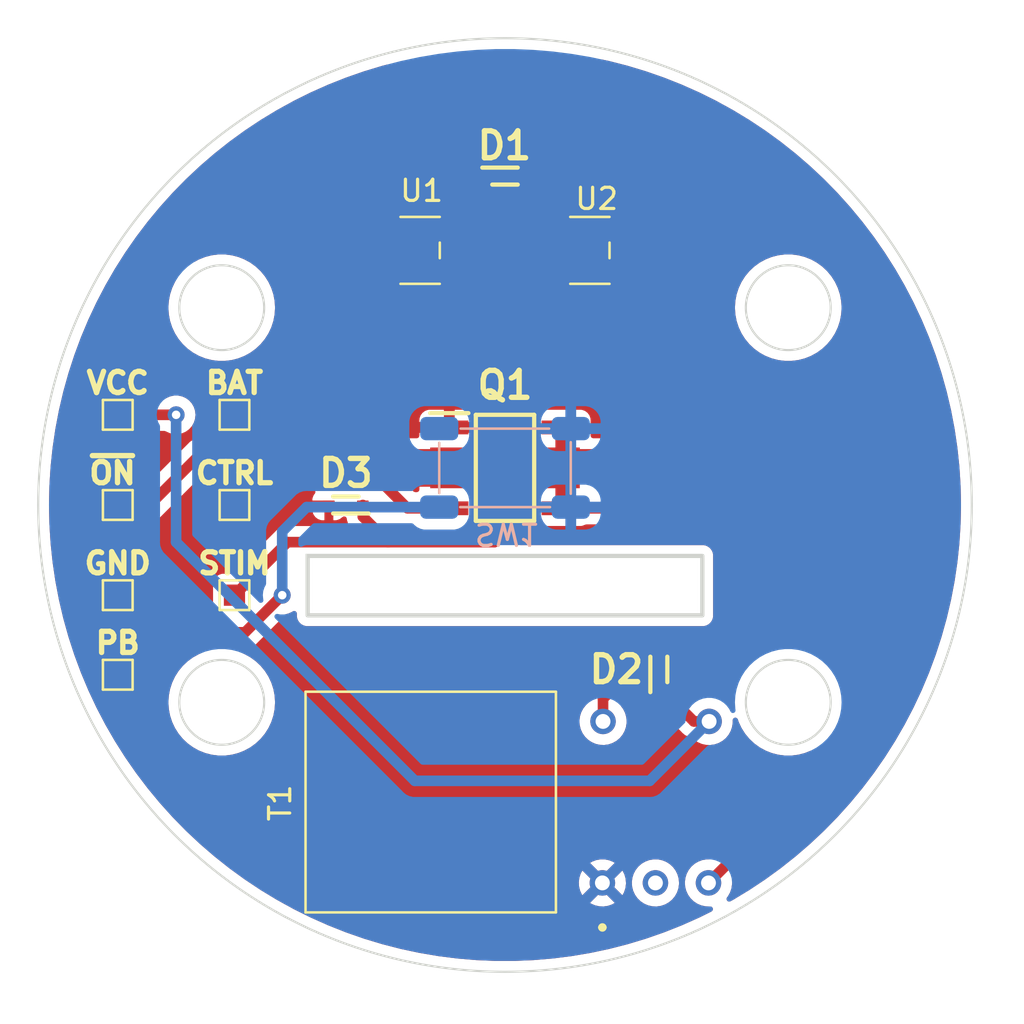
<source format=kicad_pcb>
(kicad_pcb (version 20211014) (generator pcbnew)
  (layers (0 "F.Cu" signal) (31 "B.Cu" signal) (34 "B.Paste" user) (35 "F.Paste" user) (36 "B.SilkS" user "B.Silkscreen") (37 "F.SilkS" user "F.Silkscreen") (38 "B.Mask" user) (39 "F.Mask" user) (44 "Edge.Cuts" user))
  (net 0 "")
  (net 1 "GND")
  (net 2 "BatteryP")
  (net 4 "VCC-3V3-5V")
  (net 5 "Net-(D1-Pad2)")
  (net 6 "Net-(D2-Pad2)")
  (net 7 "~{STIM_ON}")
  (net 8 "PULSE_PWM")
  (net 11 "STIM_OUT")
  (net 12 "PB")
  (footprint "TestPoint:TestPoint_Pad_1.0x1.0mm" (layer "F.Cu") (at 87.25 95.75)
    (fp_text reference "TP4")
    (fp_text value "TestPoint")
    (fp_line (start -0.7 0.7) (end -0.7 -0.7) (layer "F.SilkS") (width 0.12))
    (fp_line (start 0.7 -0.7) (end 0.7 0.7) (layer "F.SilkS") (width 0.12))
    (fp_line (start -0.7 -0.7) (end 0.7 -0.7) (layer "F.SilkS") (width 0.12))
    (fp_line (start 0.7 0.7) (end -0.7 0.7) (layer "F.SilkS") (width 0.12))
    (pad "1" smd rect (at 0 0) (size 1 1) (layers "F.Cu" "F.Mask") (net 2 "BatteryP"))
  )
  (footprint "TestPoint:TestPoint_Pad_1.0x1.0mm" (layer "F.Cu") (at 81.75 108)
    (fp_text reference "TP2")
    (fp_text value "TestPoint")
    (fp_line (start 0.7 0.7) (end -0.7 0.7) (layer "F.SilkS") (width 0.12))
    (fp_line (start -0.7 0.7) (end -0.7 -0.7) (layer "F.SilkS") (width 0.12))
    (fp_line (start -0.7 -0.7) (end 0.7 -0.7) (layer "F.SilkS") (width 0.12))
    (fp_line (start 0.7 -0.7) (end 0.7 0.7) (layer "F.SilkS") (width 0.12))
    (pad "1" smd rect (at 0 0) (size 1 1) (layers "F.Cu" "F.Mask") (net 12 "PB"))
  )
  (footprint "TestPoint:TestPoint_Pad_1.0x1.0mm" (layer "F.Cu") (at 87.25 104.25)
    (fp_text reference "TP1")
    (fp_text value "TestPoint")
    (fp_line (start -0.7 -0.7) (end 0.7 -0.7) (layer "F.SilkS") (width 0.12))
    (fp_line (start -0.7 0.7) (end -0.7 -0.7) (layer "F.SilkS") (width 0.12))
    (fp_line (start 0.7 -0.7) (end 0.7 0.7) (layer "F.SilkS") (width 0.12))
    (fp_line (start 0.7 0.7) (end -0.7 0.7) (layer "F.SilkS") (width 0.12))
    (pad "1" smd rect (at 0 0) (size 1 1) (layers "F.Cu" "F.Mask") (net 11 "STIM_OUT"))
  )
  (footprint "Armstrong_circuit:MET-23-SIDE" (layer "F.Cu") (at 96.5 114 90)
    (fp_text reference "T1" (at -0.04 -7.1 90 unlocked) (layer "F.SilkS"))
    (fp_text value "MET-23")
    (fp_line (start -5.2 -5.9) (end -5.2 5.9) (layer "F.SilkS") (width 0.12))
    (fp_line (start -5.91 7.99) (end -5.91 7.99) (layer "F.SilkS") (width 0.2))
    (fp_line (start -5.2 5.9) (end 5.2 5.9) (layer "F.SilkS") (width 0.12))
    (fp_line (start -5.91 8.19) (end -5.91 8.19) (layer "F.SilkS") (width 0.2))
    (fp_line (start 5.2 -5.9) (end 5.2 5.9) (layer "F.SilkS") (width 0.12))
    (fp_line (start -5.2 -5.9) (end 5.2 -5.9) (layer "F.SilkS") (width 0.12))
    (fp_arc (start -5.91 7.99) (mid -5.81 8.09) (end -5.91 8.19) (layer "F.SilkS") (width 0.2))
    (fp_arc (start -5.91 8.19) (mid -6.01 8.09) (end -5.91 7.99) (layer "F.SilkS") (width 0.2))
    (pad "1" thru_hole circle (at -3.81 8.09 90) (size 1.2 1.2) (drill 0.7) (layers *.Cu *.Mask) (net 1 "GND"))
    (pad "2" thru_hole circle (at -3.81 10.59 90) (size 1.2 1.2) (drill 0.7) (layers *.Cu *.Mask))
    (pad "3" thru_hole circle (at -3.81 13.09 90) (size 1.2 1.2) (drill 0.7) (layers *.Cu *.Mask) (net 11 "STIM_OUT"))
    (pad "4" thru_hole circle (at 3.8 13.12 90) (size 1.2 1.2) (drill 0.7) (layers *.Cu *.Mask) (net 4 "VCC-3V3-5V"))
    (pad "5" thru_hole circle (at 3.8 8.12 90) (size 1.2 1.2) (drill 0.7) (layers *.Cu *.Mask) (net 6 "Net-(D2-Pad2)"))
  )
  (footprint "Armstrong_circuit:BAS16TS_R1_00001" (layer "F.Cu") (at 107.25 107.75 90)
    (fp_text reference "D2" (at 0 -2 180) (layer "F.SilkS") (effects (font (size 1.27 1.27) (thickness 0.254))))
    (fp_text value "BAS16TS_R1_00001" hide)
    (fp_line (start -1.07 -0.4) (end 0.6 -0.4) (layer "F.SilkS") (width 0.2))
    (fp_line (start -0.6 0.4) (end 0.6 0.4) (layer "F.SilkS") (width 0.2))
    (pad "1" smd rect (at -0.8 0 180) (size 0.42 0.54) (layers "F.Cu" "F.Paste" "F.Mask") (net 4 "VCC-3V3-5V"))
    (pad "2" smd rect (at 0.8 0 180) (size 0.42 0.54) (layers "F.Cu" "F.Paste" "F.Mask") (net 6 "Net-(D2-Pad2)"))
  )
  (footprint "TestPoint:TestPoint_Pad_1.0x1.0mm" (layer "F.Cu") (at 87.25 100)
    (fp_text reference "TP6")
    (fp_text value "TestPoint")
    (fp_line (start -0.7 0.7) (end -0.7 -0.7) (layer "F.SilkS") (width 0.12))
    (fp_line (start 0.7 -0.7) (end 0.7 0.7) (layer "F.SilkS") (width 0.12))
    (fp_line (start 0.7 0.7) (end -0.7 0.7) (layer "F.SilkS") (width 0.12))
    (fp_line (start -0.7 -0.7) (end 0.7 -0.7) (layer "F.SilkS") (width 0.12))
    (pad "1" smd rect (at 0 0) (size 1 1) (layers "F.Cu" "F.Mask") (net 8 "PULSE_PWM"))
  )
  (footprint "Armstrong_circuit:ADP162AUJZ-4.2-R7" (layer "F.Cu") (at 96 88)
    (fp_text reference "U1" (at 0.07 -2.81) (layer "F.SilkS"))
    (fp_text value "TPS79942DDCR")
    (fp_line (start 0.927 -1.577) (end -0.927 -1.577) (layer "F.SilkS") (width 0.12))
    (fp_line (start 0.927 0.367261) (end 0.927 -0.367261) (layer "F.SilkS") (width 0.12))
    (fp_line (start -0.927 1.577) (end 0.927 1.577) (layer "F.SilkS") (width 0.12))
    (pad "1" smd rect (at -1.1 -0.950001) (size 1.3112 0.5) (layers "F.Cu" "F.Paste" "F.Mask") (net 4 "VCC-3V3-5V"))
    (pad "2" smd rect (at -1.1 0) (size 1.3112 0.5) (layers "F.Cu" "F.Paste" "F.Mask") (net 1 "GND"))
    (pad "3" smd rect (at -1.1 0.950001) (size 1.3112 0.5) (layers "F.Cu" "F.Paste" "F.Mask") (net 4 "VCC-3V3-5V"))
    (pad "4" smd rect (at 1.1 0.950001) (size 1.3112 0.5) (layers "F.Cu" "F.Paste" "F.Mask"))
    (pad "5" smd rect (at 1.1 -0.950001) (size 1.3112 0.5) (layers "F.Cu" "F.Paste" "F.Mask") (net 2 "BatteryP"))
  )
  (footprint "Armstrong_circuit:BAS16TS_R1_00001" (layer "F.Cu") (at 100 84.5)
    (fp_text reference "D1" (at -0.03 -1.44) (layer "F.SilkS") (effects (font (size 1.27 1.27) (thickness 0.254))))
    (fp_text value "BAS16TS_R1_00001" hide)
    (fp_line (start -1.07 -0.4) (end 0.6 -0.4) (layer "F.SilkS") (width 0.2))
    (fp_line (start -0.6 0.4) (end 0.6 0.4) (layer "F.SilkS") (width 0.2))
    (pad "1" smd rect (at -0.8 0 90) (size 0.42 0.54) (layers "F.Cu" "F.Paste" "F.Mask") (net 4 "VCC-3V3-5V"))
    (pad "2" smd rect (at 0.8 0 90) (size 0.42 0.54) (layers "F.Cu" "F.Paste" "F.Mask") (net 5 "Net-(D1-Pad2)"))
  )
  (footprint "Armstrong_circuit:SP8K52FRATB" (layer "F.Cu") (at 100 98.25)
    (fp_text reference "Q1" (at 0 -3.9) (layer "F.SilkS") (effects (font (size 1.27 1.27) (thickness 0.254))))
    (fp_text value "SP8K52FRATB" hide)
    (fp_line (start -1.375 2.5) (end -1.375 -2.5) (layer "F.SilkS") (width 0.2))
    (fp_line (start -3.525 -2.58) (end -1.725 -2.58) (layer "F.SilkS") (width 0.2))
    (fp_line (start -1.375 -2.5) (end 1.375 -2.5) (layer "F.SilkS") (width 0.2))
    (fp_line (start 1.375 -2.5) (end 1.375 2.5) (layer "F.SilkS") (width 0.2))
    (fp_line (start 1.375 2.5) (end -1.375 2.5) (layer "F.SilkS") (width 0.2))
    (pad "1" smd rect (at -2.625 -1.905 90) (size 0.65 1.8) (layers "F.Cu" "F.Paste" "F.Mask") (net 1 "GND"))
    (pad "2" smd rect (at -2.625 -0.635 90) (size 0.65 1.8) (layers "F.Cu" "F.Paste" "F.Mask") (net 7 "~{STIM_ON}"))
    (pad "3" smd rect (at -2.625 0.635 90) (size 0.65 1.8) (layers "F.Cu" "F.Paste" "F.Mask") (net 1 "GND"))
    (pad "4" smd rect (at -2.625 1.905 90) (size 0.65 1.8) (layers "F.Cu" "F.Paste" "F.Mask") (net 8 "PULSE_PWM"))
    (pad "5" smd rect (at 2.625 1.905 90) (size 0.65 1.8) (layers "F.Cu" "F.Paste" "F.Mask") (net 6 "Net-(D2-Pad2)"))
    (pad "6" smd rect (at 2.625 0.635 90) (size 0.65 1.8) (layers "F.Cu" "F.Paste" "F.Mask") (net 6 "Net-(D2-Pad2)"))
    (pad "7" smd rect (at 2.625 -0.635 90) (size 0.65 1.8) (layers "F.Cu" "F.Paste" "F.Mask") (net 11 "STIM_OUT"))
    (pad "8" smd rect (at 2.625 -1.905 90) (size 0.65 1.8) (layers "F.Cu" "F.Paste" "F.Mask") (net 11 "STIM_OUT"))
  )
  (footprint "TestPoint:TestPoint_Pad_1.0x1.0mm" (layer "F.Cu") (at 81.75 95.75)
    (fp_text reference "TP7")
    (fp_text value "TestPoint")
    (fp_line (start 0.7 -0.7) (end 0.7 0.7) (layer "F.SilkS") (width 0.12))
    (fp_line (start -0.7 0.7) (end -0.7 -0.7) (layer "F.SilkS") (width 0.12))
    (fp_line (start -0.7 -0.7) (end 0.7 -0.7) (layer "F.SilkS") (width 0.12))
    (fp_line (start 0.7 0.7) (end -0.7 0.7) (layer "F.SilkS") (width 0.12))
    (pad "1" smd rect (at 0 0) (size 1 1) (layers "F.Cu" "F.Mask") (net 4 "VCC-3V3-5V"))
  )
  (footprint "Armstrong_circuit:ADP122AUJZ-3.3-R7" (layer "F.Cu") (at 104 88)
    (fp_text reference "U2" (at 0.32 -2.43) (layer "F.SilkS"))
    (fp_text value "ADP122AUJZ-3-3-R7")
    (fp_line (start 0.927 -1.577) (end -0.927 -1.577) (layer "F.SilkS") (width 0.12))
    (fp_line (start -0.927 1.577) (end 0.927 1.577) (layer "F.SilkS") (width 0.12))
    (fp_line (start 0.927 0.367261) (end 0.927 -0.367261) (layer "F.SilkS") (width 0.12))
    (pad "1" smd rect (at -1.2778 -0.950001) (size 0.9556 0.5) (layers "F.Cu" "F.Paste" "F.Mask") (net 2 "BatteryP"))
    (pad "2" smd rect (at -1.2778 0) (size 0.9556 0.5) (layers "F.Cu" "F.Paste" "F.Mask") (net 1 "GND"))
    (pad "3" smd rect (at -1.2778 0.950001) (size 0.9556 0.5) (layers "F.Cu" "F.Paste" "F.Mask") (net 2 "BatteryP"))
    (pad "4" smd rect (at 1.2778 0.950001) (size 0.9556 0.5) (layers "F.Cu" "F.Paste" "F.Mask"))
    (pad "5" smd rect (at 1.2778 -0.950001) (size 0.9556 0.5) (layers "F.Cu" "F.Paste" "F.Mask") (net 5 "Net-(D1-Pad2)"))
  )
  (footprint "Armstrong_circuit:BAS16TS_R1_00001" (layer "F.Cu") (at 92.5 100 180)
    (fp_text reference "D3" (at 0 1.5 180) (layer "F.SilkS") (effects (font (size 1.27 1.27) (thickness 0.254))))
    (fp_text value "BAS16TS_R1_00001" hide)
    (fp_line (start -0.6 0.4) (end 0.6 0.4) (layer "F.SilkS") (width 0.2))
    (fp_line (start -1.07 -0.4) (end 0.6 -0.4) (layer "F.SilkS") (width 0.2))
    (pad "1" smd rect (at -0.8 0 270) (size 0.42 0.54) (layers "F.Cu" "F.Paste" "F.Mask") (net 11 "STIM_OUT"))
    (pad "2" smd rect (at 0.8 0 270) (size 0.42 0.54) (layers "F.Cu" "F.Paste" "F.Mask") (net 1 "GND"))
  )
  (footprint "TestPoint:TestPoint_Pad_1.0x1.0mm" (layer "F.Cu") (at 81.75 104.25)
    (fp_text reference "TP3")
    (fp_text value "TestPoint")
    (fp_line (start 0.7 0.7) (end -0.7 0.7) (layer "F.SilkS") (width 0.12))
    (fp_line (start -0.7 0.7) (end -0.7 -0.7) (layer "F.SilkS") (width 0.12))
    (fp_line (start 0.7 -0.7) (end 0.7 0.7) (layer "F.SilkS") (width 0.12))
    (fp_line (start -0.7 -0.7) (end 0.7 -0.7) (layer "F.SilkS") (width 0.12))
    (pad "1" smd rect (at 0 0) (size 1 1) (layers "F.Cu" "F.Mask") (net 1 "GND"))
  )
  (footprint "TestPoint:TestPoint_Pad_1.0x1.0mm" (layer "F.Cu") (at 81.75 100)
    (fp_text reference "TP5")
    (fp_text value "TestPoint")
    (fp_line (start -0.7 0.7) (end -0.7 -0.7) (layer "F.SilkS") (width 0.12))
    (fp_line (start -0.7 -0.7) (end 0.7 -0.7) (layer "F.SilkS") (width 0.12))
    (fp_line (start 0.7 0.7) (end -0.7 0.7) (layer "F.SilkS") (width 0.12))
    (fp_line (start 0.7 -0.7) (end 0.7 0.7) (layer "F.SilkS") (width 0.12))
    (pad "1" smd rect (at 0 0) (size 1 1) (layers "F.Cu" "F.Mask") (net 7 "~{STIM_ON}"))
  )
  (footprint "Armstrong_circuit:CS1204AF260-SMD" (layer "B.Cu") (at 100 98.25)
    (fp_text reference "SW1" (at 0.11 3.11 -180 unlocked) (layer "B.SilkS") (effects (justify mirror)))
    (fp_text value "SW_Push_Dual")
    (fp_line (start -3.1 1.19) (end -3.1 -1.18) (layer "B.SilkS") (width 0.12))
    (fp_line (start 3.1 -1.21) (end 3.1 1.22) (layer "B.SilkS") (width 0.12))
    (fp_line (start -2.09 -1.85) (end 2.08 -1.85) (layer "B.SilkS") (width 0.12))
    (fp_line (start 2.12 1.85) (end -2.11 1.85) (layer "B.SilkS") (width 0.12))
    (pad "1" smd roundrect (at -3.1 1.85) (size 1.8 1.1) (layers "B.Cu" "B.Paste" "B.Mask") (net 12 "PB"))
    (pad "2" smd roundrect (at 3.1 1.85) (size 1.8 1.1) (layers "B.Cu" "B.Paste" "B.Mask") (net 1 "GND"))
    (pad "3" smd roundrect (at -3.1 -1.85) (size 1.8 1.1) (layers "B.Cu" "B.Paste" "B.Mask"))
    (pad "4" smd roundrect (at 3.1 -1.85) (size 1.8 1.1) (layers "B.Cu" "B.Paste" "B.Mask") (net 1 "GND"))
  )
  (gr_rect (start 90.7 105.2) (end 109.3 102.4) (layer "Edge.Cuts") (width 0.2) (fill none))
  (gr_circle locked (center 100 100) (end 122 100) (layer "Edge.Cuts") (width 0.1) (fill none))
  (gr_circle locked (center 86.65 109.3) (end 88.65 109.3) (layer "Edge.Cuts") (width 0.1) (fill none))
  (gr_circle locked (center 113.35 109.3) (end 115.35 109.3) (layer "Edge.Cuts") (width 0.1) (fill none))
  (gr_circle locked (center 86.65 90.7) (end 88.65 90.7) (layer "Edge.Cuts") (width 0.1) (fill none))
  (gr_circle locked (center 113.35 90.7) (end 115.35 90.7) (layer "Edge.Cuts") (width 0.1) (fill none))
  (gr_text "Armstrong V1.0" (at 99.5 80) (layer "F.Cu") (effects (font (size 0.75 0.75))))
  (gr_text "GND" (at 81.75 102.75) (layer "F.SilkS") (effects (font (size 1 1) (thickness 0.25))))
  (gr_text "STIM" (at 87.25 102.75) (layer "F.SilkS") (effects (font (size 1 1) (thickness 0.25))))
  (gr_text "~{ON}" (at 81.5 98.5) (layer "F.SilkS") (effects (font (size 1 1) (thickness 0.25))))
  (gr_text "CTRL\n" (at 87.25 98.5) (layer "F.SilkS") (effects (font (size 1 1) (thickness 0.25))))
  (gr_text "BAT\n" (at 87.25 94.25) (layer "F.SilkS") (effects (font (size 1 1) (thickness 0.25))))
  (gr_text "VCC" (at 81.75 94.25) (layer "F.SilkS") (effects (font (size 1 1) (thickness 0.25))))
  (gr_text "PB" (at 81.75 106.5) (layer "F.SilkS") (effects (font (size 1 1) (thickness 0.25))))
  (segment (start 99.75 89) (end 93 95.75) (width 0.5) (layer "F.Cu") (net 2))
  (segment (start 99.8 88.95) (end 102.75 88.95) (width 0.5) (layer "F.Cu") (net 2))
  (segment (start 99.05 87.05) (end 99.8 87.05) (width 0.5) (layer "F.Cu") (net 2))
  (segment (start 99.75 87.1) (end 99.75 87.75) (width 0.5) (layer "F.Cu") (net 2))
  (segment (start 99.8 87.05) (end 99.75 87.1) (width 0.5) (layer "F.Cu") (net 2))
  (segment (start 99.75 87.75) (end 99.05 87.05) (width 0.5) (layer "F.Cu") (net 2))
  (segment (start 99.75 87.75) (end 100.45 87.05) (width 0.5) (layer "F.Cu") (net 2))
  (segment (start 99.75 89) (end 99.8 88.95) (width 0.5) (layer "F.Cu") (net 2))
  (segment (start 99.8 87.05) (end 100.45 87.05) (width 0.5) (layer "F.Cu") (net 2))
  (segment (start 100.45 87.05) (end 102.75 87.05) (width 0.5) (layer "F.Cu") (net 2))
  (segment (start 97.25 87.05) (end 99.05 87.05) (width 0.5) (layer "F.Cu") (net 2))
  (segment (start 87.25 95.75) (end 93 95.75) (width 0.5) (layer "F.Cu") (net 2))
  (segment (start 99.75 87.75) (end 99.75 89) (width 0.5) (layer "F.Cu") (net 2))
  (segment (start 85.5 87) (end 85.55 87.05) (width 0.5) (layer "F.Cu") (net 4))
  (segment (start 89.8 87.05) (end 94.75 87.05) (width 0.5) (layer "F.Cu") (net 4))
  (segment (start 89.8 87.05) (end 91.7 88.95) (width 0.5) (layer "F.Cu") (net 4))
  (segment (start 109.62 110.2) (end 108.9 110.2) (width 0.5) (layer "F.Cu") (net 4))
  (segment (start 81.75 90.75) (end 85.5 87) (width 0.5) (layer "F.Cu") (net 4))
  (segment (start 91.7 88.95) (end 94.75 88.95) (width 0.5) (layer "F.Cu") (net 4))
  (segment (start 81.75 95.75) (end 81.75 90.75) (width 0.5) (layer "F.Cu") (net 4))
  (segment (start 81.75 95.75) (end 84.5 95.75) (width 0.5) (layer "F.Cu") (net 4))
  (segment (start 85.55 87.05) (end 89.8 87.05) (width 0.5) (layer "F.Cu") (net 4))
  (segment (start 96 84.5) (end 99.2 84.5) (width 0.5) (layer "F.Cu") (net 4))
  (segment (start 108.9 110.2) (end 107.25 108.55) (width 0.5) (layer "F.Cu") (net 4))
  (segment (start 94.75 85.75) (end 96 84.5) (width 0.5) (layer "F.Cu") (net 4))
  (segment (start 94.75 87.05) (end 94.75 85.75) (width 0.5) (layer "F.Cu") (net 4))
  (via (at 84.5 95.75) (size 0.8) (drill 0.4) (layers "F.Cu" "B.Cu") (net 4))
  (segment (start 84.5 95.75) (end 84.5 101.75) (width 0.5) (layer "B.Cu") (net 4))
  (segment (start 95.75 113) (end 106.82 113) (width 0.5) (layer "B.Cu") (net 4))
  (segment (start 106.82 113) (end 109.62 110.2) (width 0.5) (layer "B.Cu") (net 4))
  (segment (start 84.5 101.75) (end 95.75 113) (width 0.5) (layer "B.Cu") (net 4))
  (segment (start 100.8 84.5) (end 102.7 84.5) (width 0.5) (layer "F.Cu") (net 5))
  (segment (start 102.7 84.5) (end 105.25 87.05) (width 0.5) (layer "F.Cu") (net 5))
  (segment (start 107.25 106.95) (end 110.05 106.95) (width 0.5) (layer "F.Cu") (net 6))
  (segment (start 106.8 106.95) (end 107.25 106.95) (width 0.5) (layer "F.Cu") (net 6))
  (segment (start 109.405 100.155) (end 102.625 100.155) (width 0.5) (layer "F.Cu") (net 6))
  (segment (start 102.625 100.155) (end 102.625 98.885) (width 0.5) (layer "F.Cu") (net 6))
  (segment (start 104.62 110.2) (end 104.62 109.13) (width 0.5) (layer "F.Cu") (net 6))
  (segment (start 110.05 106.95) (end 112 105) (width 0.5) (layer "F.Cu") (net 6))
  (segment (start 112 102.75) (end 109.405 100.155) (width 0.5) (layer "F.Cu") (net 6))
  (segment (start 104.62 109.13) (end 106.8 106.95) (width 0.5) (layer "F.Cu") (net 6))
  (segment (start 112 105) (end 112 102.75) (width 0.5) (layer "F.Cu") (net 6))
  (segment (start 83.25 100) (end 85.635 97.615) (width 0.5) (layer "F.Cu") (net 7))
  (segment (start 81.75 100) (end 83.25 100) (width 0.5) (layer "F.Cu") (net 7))
  (segment (start 85.635 97.615) (end 97.375 97.615) (width 0.5) (layer "F.Cu") (net 7))
  (segment (start 88.75 98.5) (end 93.75 98.5) (width 0.5) (layer "F.Cu") (net 8))
  (segment (start 87.25 100) (end 88.75 98.5) (width 0.5) (layer "F.Cu") (net 8))
  (segment (start 93.75 98.5) (end 95.405 100.155) (width 0.5) (layer "F.Cu") (net 8))
  (segment (start 95.405 100.155) (end 97.375 100.155) (width 0.5) (layer "F.Cu") (net 8))
  (segment (start 99.5 101.75) (end 94.5 101.75) (width 0.5) (layer "F.Cu") (net 11))
  (segment (start 118 109.5) (end 118 106.5) (width 0.5) (layer "F.Cu") (net 11))
  (segment (start 93.3 100.55) (end 93.3 100) (width 0.5) (layer "F.Cu") (net 11))
  (segment (start 102.625 97.615) (end 102.625 96.345) (width 0.5) (layer "F.Cu") (net 11))
  (segment (start 101.385 97.615) (end 100 99) (width 0.5) (layer "F.Cu") (net 11))
  (segment (start 100 101.25) (end 99.5 101.75) (width 0.5) (layer "F.Cu") (net 11))
  (segment (start 94.5 101.75) (end 89.75 101.75) (width 0.5) (layer "F.Cu") (net 11))
  (segment (start 89.75 101.75) (end 87.25 104.25) (width 0.5) (layer "F.Cu") (net 11))
  (segment (start 102.625 97.615) (end 101.385 97.615) (width 0.5) (layer "F.Cu") (net 11))
  (segment (start 109.115 97.615) (end 102.625 97.615) (width 0.5) (layer "F.Cu") (net 11))
  (segment (start 100 99) (end 100 101.25) (width 0.5) (layer "F.Cu") (net 11))
  (segment (start 118 106.5) (end 109.115 97.615) (width 0.5) (layer "F.Cu") (net 11))
  (segment (start 109.59 117.81) (end 117.9 109.5) (width 0.5) (layer "F.Cu") (net 11))
  (segment (start 117.9 109.5) (end 118 109.5) (width 0.5) (layer "F.Cu") (net 11))
  (segment (start 94.5 101.75) (end 93.3 100.55) (width 0.5) (layer "F.Cu") (net 11))
  (segment (start 81.75 108) (end 82.5 108) (width 0.5) (layer "F.Cu") (net 12))
  (segment (start 82.5 108) (end 84.5 106) (width 0.5) (layer "F.Cu") (net 12))
  (segment (start 84.5 106) (end 87.75 106) (width 0.5) (layer "F.Cu") (net 12))
  (segment (start 87.75 106) (end 89.5 104.25) (width 0.5) (layer "F.Cu") (net 12))
  (via (at 89.5 104.25) (size 0.8) (drill 0.4) (layers "F.Cu" "B.Cu") (net 12))
  (segment (start 89.5 101.25) (end 90.65 100.1) (width 0.5) (layer "B.Cu") (net 12))
  (segment (start 90.65 100.1) (end 96.9 100.1) (width 0.5) (layer "B.Cu") (net 12))
  (segment (start 89.5 104.25) (end 89.5 101.25) (width 0.5) (layer "B.Cu") (net 12))
  (zone (net 1) (net_name "GND") (layers F&B.Cu) (connect_pads (clearance 0.508)) (min_thickness 0.254) (fill yes (thermal_gap 0.508) (thermal_bridge_width 0.508))
    (polygon (pts (xy 124.46 124.46) (xy 76.2 124.46) (xy 76.2 76.2) (xy 124.46 76.2)))
  )
)
</source>
